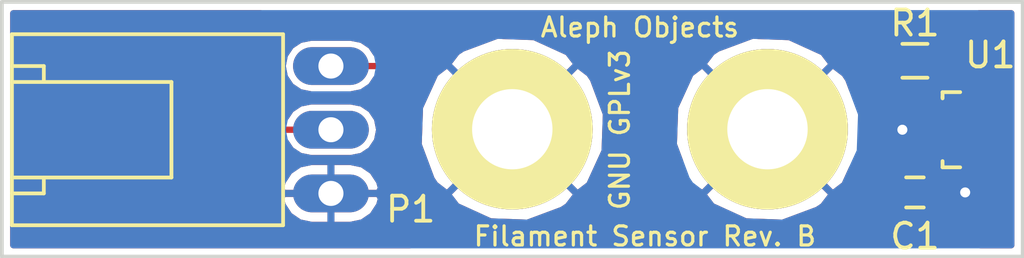
<source format=kicad_pcb>
(kicad_pcb (version 4) (host pcbnew 4.0.5+dfsg1-4)

  (general
    (links 9)
    (no_connects 0)
    (area 17.061904 25.275 68.688096 35.975)
    (thickness 1.6)
    (drawings 7)
    (tracks 27)
    (zones 0)
    (modules 8)
    (nets 4)
  )

  (page A4)
  (layers
    (0 F.Cu signal)
    (31 B.Cu signal)
    (32 B.Adhes user)
    (33 F.Adhes user)
    (34 B.Paste user)
    (35 F.Paste user)
    (36 B.SilkS user)
    (37 F.SilkS user)
    (38 B.Mask user)
    (39 F.Mask user)
    (40 Dwgs.User user)
    (41 Cmts.User user)
    (42 Eco1.User user)
    (43 Eco2.User user)
    (44 Edge.Cuts user)
    (45 Margin user)
    (46 B.CrtYd user)
    (47 F.CrtYd user)
    (48 B.Fab user)
    (49 F.Fab user)
  )

  (setup
    (last_trace_width 0.25)
    (trace_clearance 0.2)
    (zone_clearance 0.254)
    (zone_45_only no)
    (trace_min 0.2)
    (segment_width 0.2)
    (edge_width 0.15)
    (via_size 0.6)
    (via_drill 0.4)
    (via_min_size 0.4)
    (via_min_drill 0.3)
    (uvia_size 0.3)
    (uvia_drill 0.1)
    (uvias_allowed no)
    (uvia_min_size 0.2)
    (uvia_min_drill 0.1)
    (pcb_text_width 0.3)
    (pcb_text_size 1.5 1.5)
    (mod_edge_width 0.15)
    (mod_text_size 1 1)
    (mod_text_width 0.15)
    (pad_size 1.524 1.524)
    (pad_drill 0.762)
    (pad_to_mask_clearance 0.2)
    (aux_axis_origin 0 0)
    (visible_elements FFFFFF7F)
    (pcbplotparams
      (layerselection 0x010e8_80000001)
      (usegerberextensions false)
      (excludeedgelayer true)
      (linewidth 0.100000)
      (plotframeref false)
      (viasonmask false)
      (mode 1)
      (useauxorigin false)
      (hpglpennumber 1)
      (hpglpenspeed 20)
      (hpglpendiameter 15)
      (hpglpenoverlay 2)
      (psnegative false)
      (psa4output false)
      (plotreference true)
      (plotvalue true)
      (plotinvisibletext false)
      (padsonsilk false)
      (subtractmaskfromsilk false)
      (outputformat 1)
      (mirror false)
      (drillshape 0)
      (scaleselection 1)
      (outputdirectory ../PCB_Gerbers/))
  )

  (net 0 "")
  (net 1 +3V3)
  (net 2 GND)
  (net 3 "Net-(P1-Pad2)")

  (net_class Default "This is the default net class."
    (clearance 0.2)
    (trace_width 0.25)
    (via_dia 0.6)
    (via_drill 0.4)
    (uvia_dia 0.3)
    (uvia_drill 0.1)
    (add_net +3V3)
    (add_net GND)
    (add_net "Net-(P1-Pad2)")
  )

  (module Connect:PINHEAD1-3 (layer F.Cu) (tedit 5B7197E7) (tstamp 5B6DF141)
    (at 38.5 30.5 90)
    (path /5B6DE1F9)
    (attr virtual)
    (fp_text reference P1 (at -3.175 3.175 180) (layer F.SilkS)
      (effects (font (size 1 1) (thickness 0.15)))
    )
    (fp_text value CONN_01X03 (at 0 3.81 90) (layer F.Fab) hide
      (effects (font (size 1 1) (thickness 0.15)))
    )
    (fp_line (start 1.905 -11.43) (end 2.54 -11.43) (layer F.SilkS) (width 0.15))
    (fp_line (start 2.54 -11.43) (end 2.54 -12.7) (layer F.SilkS) (width 0.15))
    (fp_line (start -1.905 -11.43) (end -2.54 -11.43) (layer F.SilkS) (width 0.15))
    (fp_line (start -2.54 -11.43) (end -2.54 -12.7) (layer F.SilkS) (width 0.15))
    (fp_line (start -1.905 -6.35) (end 1.905 -6.35) (layer F.SilkS) (width 0.15))
    (fp_line (start 3.81 -1.905) (end 3.81 -12.7) (layer F.SilkS) (width 0.15))
    (fp_line (start -3.81 -12.7) (end -3.81 -1.905) (layer F.SilkS) (width 0.15))
    (fp_line (start -1.905 -12.7) (end -1.905 -6.35) (layer F.SilkS) (width 0.15))
    (fp_line (start 1.905 -12.7) (end 1.905 -6.35) (layer F.SilkS) (width 0.15))
    (fp_line (start 3.81 -1.905) (end -3.81 -1.905) (layer F.SilkS) (width 0.15))
    (fp_line (start -3.81 -12.7) (end 3.81 -12.7) (layer F.SilkS) (width 0.15))
    (pad 1 thru_hole oval (at -2.54 0 90) (size 1.50622 3.01498) (drill 0.99822) (layers *.Cu *.Mask)
      (net 2 GND))
    (pad 2 thru_hole oval (at 0 0 90) (size 1.50622 3.01498) (drill 0.99822) (layers *.Cu *.Mask)
      (net 3 "Net-(P1-Pad2)"))
    (pad 3 thru_hole oval (at 2.54 0 90) (size 1.50622 3.01498) (drill 0.99822) (layers *.Cu *.Mask)
      (net 1 +3V3))
  )

  (module TO_SOT_Packages_SMD:SOT-23 (layer F.Cu) (tedit 5BA54674) (tstamp 5B6DF148)
    (at 63.5 30.5 90)
    (descr "SOT-23, Standard")
    (tags SOT-23)
    (path /5B6DE957)
    (attr smd)
    (fp_text reference U1 (at 2.98 1.25 180) (layer F.SilkS)
      (effects (font (size 1 1) (thickness 0.15)))
    )
    (fp_text value TCS40DLR (at 0 2.3 90) (layer F.Fab) hide
      (effects (font (size 1 1) (thickness 0.15)))
    )
    (fp_line (start 1.49982 -0.65024) (end 1.49982 0.0508) (layer F.SilkS) (width 0.15))
    (fp_line (start 1.29916 -0.65024) (end 1.49982 -0.65024) (layer F.SilkS) (width 0.15))
    (fp_line (start -1.49982 -0.65024) (end -1.2509 -0.65024) (layer F.SilkS) (width 0.15))
    (fp_line (start -1.49982 0.0508) (end -1.49982 -0.65024) (layer F.SilkS) (width 0.15))
    (fp_line (start 1.29916 -0.65024) (end 1.2509 -0.65024) (layer F.SilkS) (width 0.15))
    (fp_line (start -1.65 1.6) (end -1.65 -1.6) (layer F.CrtYd) (width 0.05))
    (fp_line (start 1.65 1.6) (end -1.65 1.6) (layer F.CrtYd) (width 0.05))
    (fp_line (start 1.65 -1.6) (end 1.65 1.6) (layer F.CrtYd) (width 0.05))
    (fp_line (start -1.65 -1.6) (end 1.65 -1.6) (layer F.CrtYd) (width 0.05))
    (pad 1 smd rect (at -0.95 1.00076 90) (size 0.8001 0.8001) (layers F.Cu F.Paste F.Mask)
      (net 1 +3V3))
    (pad 2 smd rect (at 0.95 1.00076 90) (size 0.8001 0.8001) (layers F.Cu F.Paste F.Mask)
      (net 3 "Net-(P1-Pad2)"))
    (pad 3 smd rect (at 0 -0.99822 90) (size 0.8001 0.8001) (layers F.Cu F.Paste F.Mask)
      (net 2 GND))
    (model TO_SOT_Packages_SMD.3dshapes/SOT-23.wrl
      (at (xyz 0 0 0))
      (scale (xyz 1 1 1))
      (rotate (xyz 0 0 0))
    )
  )

  (module Mounting_Holes:MountingHole_3.2mm_M3_Pad (layer F.Cu) (tedit 5B6DF626) (tstamp 5B6DF5DC)
    (at 45.72 30.48)
    (descr "Mounting Hole 3.2mm, M3")
    (tags "mounting hole 3.2mm m3")
    (path /5B6DF508)
    (fp_text reference MH1 (at 0 -4.2) (layer F.SilkS) hide
      (effects (font (size 1 1) (thickness 0.15)))
    )
    (fp_text value CONN_01X01 (at 0 4.2) (layer F.Fab) hide
      (effects (font (size 1 1) (thickness 0.15)))
    )
    (fp_circle (center 0 0) (end 3.45 0) (layer F.CrtYd) (width 0.05))
    (fp_circle (center 0 0) (end 3.2 0) (layer Cmts.User) (width 0.15))
    (pad 1 thru_hole circle (at 0 0) (size 6.4 6.4) (drill 3.2) (layers *.Cu *.Mask F.SilkS)
      (net 2 GND))
  )

  (module Mounting_Holes:MountingHole_3.2mm_M3_Pad (layer F.Cu) (tedit 5B6DF62D) (tstamp 5B6DF5E1)
    (at 55.88 30.48)
    (descr "Mounting Hole 3.2mm, M3")
    (tags "mounting hole 3.2mm m3")
    (path /5B6DF54B)
    (fp_text reference MH2 (at 0 -4.2) (layer F.SilkS) hide
      (effects (font (size 1 1) (thickness 0.15)))
    )
    (fp_text value CONN_01X01 (at 0 4.2) (layer F.Fab) hide
      (effects (font (size 1 1) (thickness 0.15)))
    )
    (fp_circle (center 0 0) (end 3.45 0) (layer F.CrtYd) (width 0.05))
    (fp_circle (center 0 0) (end 3.2 0) (layer Cmts.User) (width 0.15))
    (pad 1 thru_hole circle (at 0 0) (size 6.4 6.4) (drill 3.2) (layers *.Cu *.Mask F.SilkS)
      (net 2 GND))
  )

  (module Resistors_SMD:R_0603 (layer F.Cu) (tedit 5BA54C49) (tstamp 5BA545C9)
    (at 61.75 27.75)
    (descr "Resistor SMD 0603, reflow soldering, Vishay (see dcrcw.pdf)")
    (tags "resistor 0603")
    (path /5BA54425)
    (attr smd)
    (fp_text reference R1 (at 0 -1.5) (layer F.SilkS)
      (effects (font (size 1 1) (thickness 0.15)))
    )
    (fp_text value 10k (at 0 1.9) (layer F.Fab) hide
      (effects (font (size 1 1) (thickness 0.15)))
    )
    (fp_line (start -0.5 -0.675) (end 0.5 -0.675) (layer F.SilkS) (width 0.15))
    (fp_line (start 0.5 0.675) (end -0.5 0.675) (layer F.SilkS) (width 0.15))
    (fp_line (start 1.3 -0.8) (end 1.3 0.8) (layer F.CrtYd) (width 0.05))
    (fp_line (start -1.3 -0.8) (end -1.3 0.8) (layer F.CrtYd) (width 0.05))
    (fp_line (start -1.3 0.8) (end 1.3 0.8) (layer F.CrtYd) (width 0.05))
    (fp_line (start -1.3 -0.8) (end 1.3 -0.8) (layer F.CrtYd) (width 0.05))
    (pad 1 smd rect (at -0.75 0) (size 0.5 0.9) (layers F.Cu F.Paste F.Mask)
      (net 1 +3V3))
    (pad 2 smd rect (at 0.75 0) (size 0.5 0.9) (layers F.Cu F.Paste F.Mask)
      (net 3 "Net-(P1-Pad2)"))
    (model Resistors_SMD.3dshapes/R_0603.wrl
      (at (xyz 0 0 0))
      (scale (xyz 1 1 1))
      (rotate (xyz 0 0 0))
    )
  )

  (module Capacitors_SMD:C_0603 (layer F.Cu) (tedit 5BA54CA5) (tstamp 5BA54631)
    (at 61.75 33)
    (descr "Capacitor SMD 0603, reflow soldering, AVX (see smccp.pdf)")
    (tags "capacitor 0603")
    (path /5B6DE3B6)
    (attr smd)
    (fp_text reference C1 (at 0 1.75) (layer F.SilkS)
      (effects (font (size 1 1) (thickness 0.15)))
    )
    (fp_text value "0.47uF 50V" (at 0 1.9) (layer F.Fab) hide
      (effects (font (size 1 1) (thickness 0.15)))
    )
    (fp_line (start 0.35 0.6) (end -0.35 0.6) (layer F.SilkS) (width 0.15))
    (fp_line (start -0.35 -0.6) (end 0.35 -0.6) (layer F.SilkS) (width 0.15))
    (fp_line (start 1.45 -0.75) (end 1.45 0.75) (layer F.CrtYd) (width 0.05))
    (fp_line (start -1.45 -0.75) (end -1.45 0.75) (layer F.CrtYd) (width 0.05))
    (fp_line (start -1.45 0.75) (end 1.45 0.75) (layer F.CrtYd) (width 0.05))
    (fp_line (start -1.45 -0.75) (end 1.45 -0.75) (layer F.CrtYd) (width 0.05))
    (fp_line (start -0.8 -0.4) (end 0.8 -0.4) (layer F.Fab) (width 0.15))
    (fp_line (start 0.8 -0.4) (end 0.8 0.4) (layer F.Fab) (width 0.15))
    (fp_line (start 0.8 0.4) (end -0.8 0.4) (layer F.Fab) (width 0.15))
    (fp_line (start -0.8 0.4) (end -0.8 -0.4) (layer F.Fab) (width 0.15))
    (pad 1 smd rect (at -0.75 0) (size 0.8 0.75) (layers F.Cu F.Paste F.Mask)
      (net 1 +3V3))
    (pad 2 smd rect (at 0.75 0) (size 0.8 0.75) (layers F.Cu F.Paste F.Mask)
      (net 2 GND))
    (model Capacitors_SMD.3dshapes/C_0603.wrl
      (at (xyz 0 0 0))
      (scale (xyz 1 1 1))
      (rotate (xyz 0 0 0))
    )
  )

  (module Fiducials:Fiducial_1mm_Dia_2.54mm_Outer_CopperTop (layer F.Cu) (tedit 5BA8FEE1) (tstamp 5BA8FE18)
    (at 34 30.5)
    (descr "Circular Fiducial, 1mm bare copper top; 2.54mm keepout")
    (tags marker)
    (attr virtual)
    (fp_text reference REF** (at 3.4 0.7) (layer F.SilkS) hide
      (effects (font (size 1 1) (thickness 0.15)))
    )
    (fp_text value Fiducial_1mm_Dia_2.54mm_Outer_CopperTop (at 0 -1.8) (layer F.Fab) hide
      (effects (font (size 1 1) (thickness 0.15)))
    )
    (fp_circle (center 0 0) (end 1.55 0) (layer F.CrtYd) (width 0.05))
    (pad ~ smd circle (at 0 0) (size 1 1) (layers F.Cu F.Mask)
      (solder_mask_margin 0.77) (clearance 0.77))
  )

  (module Fiducials:Fiducial_1mm_Dia_2.54mm_Outer_CopperTop (layer F.Cu) (tedit 5BA8FEF2) (tstamp 5BA8FEAD)
    (at 51.75 33)
    (descr "Circular Fiducial, 1mm bare copper top; 2.54mm keepout")
    (tags marker)
    (attr virtual)
    (fp_text reference REF** (at 3.4 0.7) (layer F.SilkS) hide
      (effects (font (size 1 1) (thickness 0.15)))
    )
    (fp_text value Fiducial_1mm_Dia_2.54mm_Outer_CopperTop (at 0 -1.8) (layer F.Fab) hide
      (effects (font (size 1 1) (thickness 0.15)))
    )
    (fp_circle (center 0 0) (end 1.55 0) (layer F.CrtYd) (width 0.05))
    (pad ~ smd circle (at 0 0) (size 1 1) (layers F.Cu F.Mask)
      (solder_mask_margin 0.77) (clearance 0.77))
  )

  (gr_text "GNU GPLv3" (at 50 30.5 90) (layer F.SilkS)
    (effects (font (size 0.762 0.762) (thickness 0.127)))
  )
  (gr_text "Filament Sensor Rev. B" (at 51 34.75) (layer F.SilkS)
    (effects (font (size 0.762 0.762) (thickness 0.127)))
  )
  (gr_text "Aleph Objects" (at 50.8 26.416) (layer F.SilkS)
    (effects (font (size 0.762 0.762) (thickness 0.127)))
  )
  (gr_line (start 25.4 25.4) (end 66.04 25.4) (angle 90) (layer Edge.Cuts) (width 0.15))
  (gr_line (start 25.4 35.56) (end 66.04 35.56) (angle 90) (layer Edge.Cuts) (width 0.15))
  (gr_line (start 66.04 35.56) (end 66.04 25.4) (angle 90) (layer Edge.Cuts) (width 0.15))
  (gr_line (start 25.4 25.4) (end 25.4 35.56) (angle 90) (layer Edge.Cuts) (width 0.15))

  (segment (start 61 27.75) (end 60.25 27.75) (width 0.25) (layer F.Cu) (net 1))
  (segment (start 60.25 33) (end 61 33) (width 0.25) (layer F.Cu) (net 1) (tstamp 5BA54BE7))
  (segment (start 59.75 32.5) (end 60.25 33) (width 0.25) (layer F.Cu) (net 1) (tstamp 5BA54BE4))
  (segment (start 59.75 28.25) (end 59.75 32.5) (width 0.25) (layer F.Cu) (net 1) (tstamp 5BA54BDD))
  (segment (start 60.25 27.75) (end 59.75 28.25) (width 0.25) (layer F.Cu) (net 1) (tstamp 5BA54BD9))
  (segment (start 61 33) (end 61 34.75) (width 0.25) (layer F.Cu) (net 1))
  (segment (start 38.5 27.96) (end 40.71 27.96) (width 0.25) (layer F.Cu) (net 1))
  (segment (start 64.50076 34.24924) (end 64.50076 31.45) (width 0.25) (layer F.Cu) (net 1) (tstamp 5BA54BB7))
  (segment (start 64 34.75) (end 64.50076 34.24924) (width 0.25) (layer F.Cu) (net 1) (tstamp 5BA54BB4))
  (segment (start 42 34.75) (end 61 34.75) (width 0.25) (layer F.Cu) (net 1) (tstamp 5BA54BAB))
  (segment (start 61 34.75) (end 64 34.75) (width 0.25) (layer F.Cu) (net 1) (tstamp 5BA54BBF))
  (segment (start 41.25 34) (end 42 34.75) (width 0.25) (layer F.Cu) (net 1) (tstamp 5BA54BA9))
  (segment (start 41.25 28.5) (end 41.25 34) (width 0.25) (layer F.Cu) (net 1) (tstamp 5BA54BA2))
  (segment (start 40.71 27.96) (end 41.25 28.5) (width 0.25) (layer F.Cu) (net 1) (tstamp 5BA54B9B))
  (segment (start 62.5 33) (end 63.75 33) (width 0.25) (layer F.Cu) (net 2))
  (via (at 63.75 33) (size 0.6) (drill 0.4) (layers F.Cu B.Cu) (net 2))
  (segment (start 62.50178 30.5) (end 61.25 30.5) (width 0.25) (layer F.Cu) (net 2))
  (via (at 61.25 30.5) (size 0.6) (drill 0.4) (layers F.Cu B.Cu) (net 2))
  (segment (start 62.5 27.75) (end 62.5 26.25) (width 0.25) (layer F.Cu) (net 3))
  (segment (start 64.50076 29.53) (end 64.50076 26.75076) (width 0.25) (layer F.Cu) (net 3))
  (segment (start 36 30.5) (end 38.5 30.5) (width 0.25) (layer F.Cu) (net 3) (tstamp 5BA54864))
  (segment (start 35.5 30) (end 36 30.5) (width 0.25) (layer F.Cu) (net 3) (tstamp 5BA54855))
  (segment (start 35.5 26.75) (end 35.5 30) (width 0.25) (layer F.Cu) (net 3) (tstamp 5BA54850))
  (segment (start 36 26.25) (end 35.5 26.75) (width 0.25) (layer F.Cu) (net 3) (tstamp 5BA54848))
  (segment (start 64 26.25) (end 62.5 26.25) (width 0.25) (layer F.Cu) (net 3) (tstamp 5BA54841))
  (segment (start 62.5 26.25) (end 36 26.25) (width 0.25) (layer F.Cu) (net 3) (tstamp 5BA54873))
  (segment (start 64.50076 26.75076) (end 64 26.25) (width 0.25) (layer F.Cu) (net 3) (tstamp 5BA54837))

  (zone (net 2) (net_name GND) (layer F.Cu) (tstamp 5B718D05) (hatch edge 0.508)
    (connect_pads (clearance 0.254))
    (min_thickness 0.254)
    (fill yes (arc_segments 16) (thermal_gap 0.381) (thermal_bridge_width 0.2794))
    (polygon
      (pts
        (xy 65.786 35.306) (xy 25.654 35.306) (xy 25.654 25.654) (xy 65.786 25.654)
      )
    )
    (filled_polygon
      (pts
        (xy 35.642204 25.892204) (xy 35.142204 26.392204) (xy 35.032517 26.556362) (xy 34.994 26.75) (xy 34.994 29.518353)
        (xy 34.79237 29.316371) (xy 34.2791 29.103243) (xy 33.723339 29.102758) (xy 33.209697 29.31499) (xy 32.816371 29.70763)
        (xy 32.603243 30.2209) (xy 32.602758 30.776661) (xy 32.81499 31.290303) (xy 33.20763 31.683629) (xy 33.7209 31.896757)
        (xy 34.276661 31.897242) (xy 34.790303 31.68501) (xy 35.183629 31.29237) (xy 35.396757 30.7791) (xy 35.396902 30.612494)
        (xy 35.642204 30.857796) (xy 35.806362 30.967483) (xy 36 31.006) (xy 36.708946 31.006) (xy 36.906685 31.301937)
        (xy 37.274617 31.547781) (xy 37.708622 31.63411) (xy 39.291378 31.63411) (xy 39.725383 31.547781) (xy 40.093315 31.301937)
        (xy 40.339159 30.934005) (xy 40.425488 30.5) (xy 40.339159 30.065995) (xy 40.093315 29.698063) (xy 39.725383 29.452219)
        (xy 39.291378 29.36589) (xy 37.708622 29.36589) (xy 37.274617 29.452219) (xy 36.906685 29.698063) (xy 36.708946 29.994)
        (xy 36.209592 29.994) (xy 36.006 29.790408) (xy 36.006 26.959592) (xy 36.209592 26.756) (xy 45.09433 26.756)
        (xy 43.733802 27.263124) (xy 43.508079 27.413947) (xy 43.145479 27.887519) (xy 45.72 30.462039) (xy 48.294521 27.887519)
        (xy 47.931921 27.413947) (xy 46.590221 26.800871) (xy 45.341248 26.756) (xy 55.25433 26.756) (xy 53.893802 27.263124)
        (xy 53.668079 27.413947) (xy 53.305479 27.887519) (xy 55.88 30.462039) (xy 58.454521 27.887519) (xy 58.091921 27.413947)
        (xy 56.750221 26.800871) (xy 55.501248 26.756) (xy 61.994 26.756) (xy 61.994 27.011981) (xy 61.979135 27.021546)
        (xy 61.892141 27.148866) (xy 61.861536 27.3) (xy 61.861536 28.2) (xy 61.888103 28.34119) (xy 61.971546 28.470865)
        (xy 62.098866 28.557859) (xy 62.25 28.588464) (xy 62.75 28.588464) (xy 62.89119 28.561897) (xy 63.020865 28.478454)
        (xy 63.107859 28.351134) (xy 63.138464 28.2) (xy 63.138464 27.3) (xy 63.111897 27.15881) (xy 63.028454 27.029135)
        (xy 63.006 27.013793) (xy 63.006 26.756) (xy 63.790408 26.756) (xy 63.99476 26.960352) (xy 63.99476 28.781422)
        (xy 63.95952 28.788053) (xy 63.829845 28.871496) (xy 63.742851 28.998816) (xy 63.712246 29.14995) (xy 63.712246 29.95005)
        (xy 63.738813 30.09124) (xy 63.822256 30.220915) (xy 63.949576 30.307909) (xy 64.10071 30.338514) (xy 64.90081 30.338514)
        (xy 65.042 30.311947) (xy 65.171675 30.228504) (xy 65.258669 30.101184) (xy 65.289274 29.95005) (xy 65.289274 29.14995)
        (xy 65.262707 29.00876) (xy 65.179264 28.879085) (xy 65.051944 28.792091) (xy 65.00676 28.782941) (xy 65.00676 26.75076)
        (xy 64.968243 26.557122) (xy 64.858556 26.392964) (xy 64.357796 25.892204) (xy 64.303613 25.856) (xy 65.584 25.856)
        (xy 65.584 35.104) (xy 64.361592 35.104) (xy 64.858556 34.607036) (xy 64.951802 34.467483) (xy 64.968243 34.442878)
        (xy 65.00676 34.24924) (xy 65.00676 32.218578) (xy 65.042 32.211947) (xy 65.171675 32.128504) (xy 65.258669 32.001184)
        (xy 65.289274 31.85005) (xy 65.289274 31.04995) (xy 65.262707 30.90876) (xy 65.179264 30.779085) (xy 65.051944 30.692091)
        (xy 64.90081 30.661486) (xy 64.10071 30.661486) (xy 63.95952 30.688053) (xy 63.829845 30.771496) (xy 63.742851 30.898816)
        (xy 63.712246 31.04995) (xy 63.712246 31.85005) (xy 63.738813 31.99124) (xy 63.822256 32.120915) (xy 63.949576 32.207909)
        (xy 63.99476 32.217059) (xy 63.99476 34.039648) (xy 63.790408 34.244) (xy 61.506 34.244) (xy 61.506 33.743519)
        (xy 61.54119 33.736897) (xy 61.666617 33.656188) (xy 61.669339 33.662759) (xy 61.812242 33.805662) (xy 61.998953 33.883)
        (xy 62.3603 33.883) (xy 62.4873 33.756) (xy 62.4873 33.0127) (xy 62.5127 33.0127) (xy 62.5127 33.756)
        (xy 62.6397 33.883) (xy 63.001047 33.883) (xy 63.187758 33.805662) (xy 63.330661 33.662759) (xy 63.408 33.476048)
        (xy 63.408 33.1397) (xy 63.281 33.0127) (xy 62.5127 33.0127) (xy 62.4873 33.0127) (xy 62.4673 33.0127)
        (xy 62.4673 32.9873) (xy 62.4873 32.9873) (xy 62.4873 32.244) (xy 62.5127 32.244) (xy 62.5127 32.9873)
        (xy 63.281 32.9873) (xy 63.408 32.8603) (xy 63.408 32.523952) (xy 63.330661 32.337241) (xy 63.187758 32.194338)
        (xy 63.001047 32.117) (xy 62.6397 32.117) (xy 62.5127 32.244) (xy 62.4873 32.244) (xy 62.3603 32.117)
        (xy 61.998953 32.117) (xy 61.812242 32.194338) (xy 61.669339 32.337241) (xy 61.665896 32.345554) (xy 61.551134 32.267141)
        (xy 61.4 32.236536) (xy 60.6 32.236536) (xy 60.45881 32.263103) (xy 60.329135 32.346546) (xy 60.322236 32.356644)
        (xy 60.256 32.290408) (xy 60.256 30.6397) (xy 61.59373 30.6397) (xy 61.59373 31.001097) (xy 61.671068 31.187808)
        (xy 61.813971 31.330711) (xy 62.000682 31.40805) (xy 62.36208 31.40805) (xy 62.48908 31.28105) (xy 62.48908 30.5127)
        (xy 62.51448 30.5127) (xy 62.51448 31.28105) (xy 62.64148 31.40805) (xy 63.002878 31.40805) (xy 63.189589 31.330711)
        (xy 63.332492 31.187808) (xy 63.40983 31.001097) (xy 63.40983 30.6397) (xy 63.28283 30.5127) (xy 62.51448 30.5127)
        (xy 62.48908 30.5127) (xy 61.72073 30.5127) (xy 61.59373 30.6397) (xy 60.256 30.6397) (xy 60.256 29.998903)
        (xy 61.59373 29.998903) (xy 61.59373 30.3603) (xy 61.72073 30.4873) (xy 62.48908 30.4873) (xy 62.48908 29.71895)
        (xy 62.51448 29.71895) (xy 62.51448 30.4873) (xy 63.28283 30.4873) (xy 63.40983 30.3603) (xy 63.40983 29.998903)
        (xy 63.332492 29.812192) (xy 63.189589 29.669289) (xy 63.002878 29.59195) (xy 62.64148 29.59195) (xy 62.51448 29.71895)
        (xy 62.48908 29.71895) (xy 62.36208 29.59195) (xy 62.000682 29.59195) (xy 61.813971 29.669289) (xy 61.671068 29.812192)
        (xy 61.59373 29.998903) (xy 60.256 29.998903) (xy 60.256 28.459592) (xy 60.385933 28.329659) (xy 60.388103 28.34119)
        (xy 60.471546 28.470865) (xy 60.598866 28.557859) (xy 60.75 28.588464) (xy 61.25 28.588464) (xy 61.39119 28.561897)
        (xy 61.520865 28.478454) (xy 61.607859 28.351134) (xy 61.638464 28.2) (xy 61.638464 27.3) (xy 61.611897 27.15881)
        (xy 61.528454 27.029135) (xy 61.401134 26.942141) (xy 61.25 26.911536) (xy 60.75 26.911536) (xy 60.60881 26.938103)
        (xy 60.479135 27.021546) (xy 60.392141 27.148866) (xy 60.372876 27.244) (xy 60.25 27.244) (xy 60.056362 27.282517)
        (xy 59.892204 27.392204) (xy 59.392204 27.892204) (xy 59.282517 28.056362) (xy 59.244 28.25) (xy 59.244 28.888511)
        (xy 59.096876 28.493802) (xy 58.946053 28.268079) (xy 58.472481 27.905479) (xy 55.897961 30.48) (xy 58.472481 33.054521)
        (xy 58.946053 32.691921) (xy 59.244 32.039872) (xy 59.244 32.5) (xy 59.282517 32.693638) (xy 59.392204 32.857796)
        (xy 59.892204 33.357796) (xy 60.056362 33.467483) (xy 60.235648 33.503145) (xy 60.238103 33.51619) (xy 60.321546 33.645865)
        (xy 60.448866 33.732859) (xy 60.494 33.741999) (xy 60.494 34.244) (xy 52.397536 34.244) (xy 52.540303 34.18501)
        (xy 52.933629 33.79237) (xy 53.146757 33.2791) (xy 53.146937 33.072481) (xy 53.305479 33.072481) (xy 53.668079 33.546053)
        (xy 55.009779 34.159129) (xy 56.483963 34.212091) (xy 57.866198 33.696876) (xy 58.091921 33.546053) (xy 58.454521 33.072481)
        (xy 55.88 30.497961) (xy 53.305479 33.072481) (xy 53.146937 33.072481) (xy 53.147047 32.946966) (xy 53.287519 33.054521)
        (xy 55.862039 30.48) (xy 53.287519 27.905479) (xy 52.813947 28.268079) (xy 52.200871 29.609779) (xy 52.147909 31.083963)
        (xy 52.398665 31.7567) (xy 52.0291 31.603243) (xy 51.473339 31.602758) (xy 50.959697 31.81499) (xy 50.566371 32.20763)
        (xy 50.353243 32.7209) (xy 50.352758 33.276661) (xy 50.56499 33.790303) (xy 50.95763 34.183629) (xy 51.10302 34.244)
        (xy 42.209592 34.244) (xy 41.756 33.790408) (xy 41.756 33.072481) (xy 43.145479 33.072481) (xy 43.508079 33.546053)
        (xy 44.849779 34.159129) (xy 46.323963 34.212091) (xy 47.706198 33.696876) (xy 47.931921 33.546053) (xy 48.294521 33.072481)
        (xy 45.72 30.497961) (xy 43.145479 33.072481) (xy 41.756 33.072481) (xy 41.756 31.083963) (xy 41.987909 31.083963)
        (xy 42.503124 32.466198) (xy 42.653947 32.691921) (xy 43.127519 33.054521) (xy 45.702039 30.48) (xy 45.737961 30.48)
        (xy 48.312481 33.054521) (xy 48.786053 32.691921) (xy 49.399129 31.350221) (xy 49.452091 29.876037) (xy 48.936876 28.493802)
        (xy 48.786053 28.268079) (xy 48.312481 27.905479) (xy 45.737961 30.48) (xy 45.702039 30.48) (xy 43.127519 27.905479)
        (xy 42.653947 28.268079) (xy 42.040871 29.609779) (xy 41.987909 31.083963) (xy 41.756 31.083963) (xy 41.756 28.5)
        (xy 41.717483 28.306362) (xy 41.607796 28.142204) (xy 41.067796 27.602204) (xy 40.903638 27.492517) (xy 40.71 27.454)
        (xy 40.291054 27.454) (xy 40.093315 27.158063) (xy 39.725383 26.912219) (xy 39.291378 26.82589) (xy 37.708622 26.82589)
        (xy 37.274617 26.912219) (xy 36.906685 27.158063) (xy 36.660841 27.525995) (xy 36.574512 27.96) (xy 36.660841 28.394005)
        (xy 36.906685 28.761937) (xy 37.274617 29.007781) (xy 37.708622 29.09411) (xy 39.291378 29.09411) (xy 39.725383 29.007781)
        (xy 40.093315 28.761937) (xy 40.291054 28.466) (xy 40.500408 28.466) (xy 40.744 28.709592) (xy 40.744 34)
        (xy 40.782517 34.193638) (xy 40.892204 34.357796) (xy 41.638408 35.104) (xy 25.856 35.104) (xy 25.856 33.249815)
        (xy 36.502086 33.249815) (xy 36.575646 33.510873) (xy 36.8449 33.92276) (xy 37.251281 34.200254) (xy 37.73292 34.30111)
        (xy 38.4873 34.30111) (xy 38.4873 33.0527) (xy 38.5127 33.0527) (xy 38.5127 34.30111) (xy 39.26708 34.30111)
        (xy 39.748719 34.200254) (xy 40.1551 33.92276) (xy 40.424354 33.510873) (xy 40.497914 33.249815) (xy 40.388419 33.0527)
        (xy 38.5127 33.0527) (xy 38.4873 33.0527) (xy 36.611581 33.0527) (xy 36.502086 33.249815) (xy 25.856 33.249815)
        (xy 25.856 32.830185) (xy 36.502086 32.830185) (xy 36.611581 33.0273) (xy 38.4873 33.0273) (xy 38.4873 31.77889)
        (xy 38.5127 31.77889) (xy 38.5127 33.0273) (xy 40.388419 33.0273) (xy 40.497914 32.830185) (xy 40.424354 32.569127)
        (xy 40.1551 32.15724) (xy 39.748719 31.879746) (xy 39.26708 31.77889) (xy 38.5127 31.77889) (xy 38.4873 31.77889)
        (xy 37.73292 31.77889) (xy 37.251281 31.879746) (xy 36.8449 32.15724) (xy 36.575646 32.569127) (xy 36.502086 32.830185)
        (xy 25.856 32.830185) (xy 25.856 25.856) (xy 35.696387 25.856)
      )
    )
  )
  (zone (net 2) (net_name GND) (layer B.Cu) (tstamp 5B718D78) (hatch edge 0.508)
    (connect_pads (clearance 0.254))
    (min_thickness 0.254)
    (fill yes (arc_segments 16) (thermal_gap 0.381) (thermal_bridge_width 0.2794))
    (polygon
      (pts
        (xy 65.786 35.306) (xy 25.654 35.306) (xy 25.654 25.654) (xy 65.786 25.654)
      )
    )
    (filled_polygon
      (pts
        (xy 65.584 35.104) (xy 25.856 35.104) (xy 25.856 33.249815) (xy 36.502086 33.249815) (xy 36.575646 33.510873)
        (xy 36.8449 33.92276) (xy 37.251281 34.200254) (xy 37.73292 34.30111) (xy 38.4873 34.30111) (xy 38.4873 33.0527)
        (xy 38.5127 33.0527) (xy 38.5127 34.30111) (xy 39.26708 34.30111) (xy 39.748719 34.200254) (xy 40.1551 33.92276)
        (xy 40.424354 33.510873) (xy 40.497914 33.249815) (xy 40.399408 33.072481) (xy 43.145479 33.072481) (xy 43.508079 33.546053)
        (xy 44.849779 34.159129) (xy 46.323963 34.212091) (xy 47.706198 33.696876) (xy 47.931921 33.546053) (xy 48.294521 33.072481)
        (xy 53.305479 33.072481) (xy 53.668079 33.546053) (xy 55.009779 34.159129) (xy 56.483963 34.212091) (xy 57.866198 33.696876)
        (xy 58.091921 33.546053) (xy 58.454521 33.072481) (xy 55.88 30.497961) (xy 53.305479 33.072481) (xy 48.294521 33.072481)
        (xy 45.72 30.497961) (xy 43.145479 33.072481) (xy 40.399408 33.072481) (xy 40.388419 33.0527) (xy 38.5127 33.0527)
        (xy 38.4873 33.0527) (xy 36.611581 33.0527) (xy 36.502086 33.249815) (xy 25.856 33.249815) (xy 25.856 32.830185)
        (xy 36.502086 32.830185) (xy 36.611581 33.0273) (xy 38.4873 33.0273) (xy 38.4873 31.77889) (xy 38.5127 31.77889)
        (xy 38.5127 33.0273) (xy 40.388419 33.0273) (xy 40.497914 32.830185) (xy 40.424354 32.569127) (xy 40.1551 32.15724)
        (xy 39.748719 31.879746) (xy 39.26708 31.77889) (xy 38.5127 31.77889) (xy 38.4873 31.77889) (xy 37.73292 31.77889)
        (xy 37.251281 31.879746) (xy 36.8449 32.15724) (xy 36.575646 32.569127) (xy 36.502086 32.830185) (xy 25.856 32.830185)
        (xy 25.856 30.5) (xy 36.574512 30.5) (xy 36.660841 30.934005) (xy 36.906685 31.301937) (xy 37.274617 31.547781)
        (xy 37.708622 31.63411) (xy 39.291378 31.63411) (xy 39.725383 31.547781) (xy 40.093315 31.301937) (xy 40.23896 31.083963)
        (xy 41.987909 31.083963) (xy 42.503124 32.466198) (xy 42.653947 32.691921) (xy 43.127519 33.054521) (xy 45.702039 30.48)
        (xy 45.737961 30.48) (xy 48.312481 33.054521) (xy 48.786053 32.691921) (xy 49.399129 31.350221) (xy 49.408694 31.083963)
        (xy 52.147909 31.083963) (xy 52.663124 32.466198) (xy 52.813947 32.691921) (xy 53.287519 33.054521) (xy 55.862039 30.48)
        (xy 55.897961 30.48) (xy 58.472481 33.054521) (xy 58.946053 32.691921) (xy 59.559129 31.350221) (xy 59.612091 29.876037)
        (xy 59.096876 28.493802) (xy 58.946053 28.268079) (xy 58.472481 27.905479) (xy 55.897961 30.48) (xy 55.862039 30.48)
        (xy 53.287519 27.905479) (xy 52.813947 28.268079) (xy 52.200871 29.609779) (xy 52.147909 31.083963) (xy 49.408694 31.083963)
        (xy 49.452091 29.876037) (xy 48.936876 28.493802) (xy 48.786053 28.268079) (xy 48.312481 27.905479) (xy 45.737961 30.48)
        (xy 45.702039 30.48) (xy 43.127519 27.905479) (xy 42.653947 28.268079) (xy 42.040871 29.609779) (xy 41.987909 31.083963)
        (xy 40.23896 31.083963) (xy 40.339159 30.934005) (xy 40.425488 30.5) (xy 40.339159 30.065995) (xy 40.093315 29.698063)
        (xy 39.725383 29.452219) (xy 39.291378 29.36589) (xy 37.708622 29.36589) (xy 37.274617 29.452219) (xy 36.906685 29.698063)
        (xy 36.660841 30.065995) (xy 36.574512 30.5) (xy 25.856 30.5) (xy 25.856 27.96) (xy 36.574512 27.96)
        (xy 36.660841 28.394005) (xy 36.906685 28.761937) (xy 37.274617 29.007781) (xy 37.708622 29.09411) (xy 39.291378 29.09411)
        (xy 39.725383 29.007781) (xy 40.093315 28.761937) (xy 40.339159 28.394005) (xy 40.425488 27.96) (xy 40.411071 27.887519)
        (xy 43.145479 27.887519) (xy 45.72 30.462039) (xy 48.294521 27.887519) (xy 53.305479 27.887519) (xy 55.88 30.462039)
        (xy 58.454521 27.887519) (xy 58.091921 27.413947) (xy 56.750221 26.800871) (xy 55.276037 26.747909) (xy 53.893802 27.263124)
        (xy 53.668079 27.413947) (xy 53.305479 27.887519) (xy 48.294521 27.887519) (xy 47.931921 27.413947) (xy 46.590221 26.800871)
        (xy 45.116037 26.747909) (xy 43.733802 27.263124) (xy 43.508079 27.413947) (xy 43.145479 27.887519) (xy 40.411071 27.887519)
        (xy 40.339159 27.525995) (xy 40.093315 27.158063) (xy 39.725383 26.912219) (xy 39.291378 26.82589) (xy 37.708622 26.82589)
        (xy 37.274617 26.912219) (xy 36.906685 27.158063) (xy 36.660841 27.525995) (xy 36.574512 27.96) (xy 25.856 27.96)
        (xy 25.856 25.856) (xy 65.584 25.856)
      )
    )
  )
)

</source>
